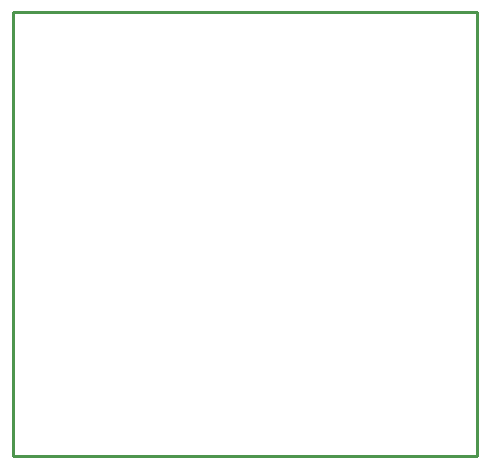
<source format=gko>
G04*
G04 #@! TF.GenerationSoftware,Altium Limited,Altium Designer,18.1.11 (251)*
G04*
G04 Layer_Color=16711935*
%FSLAX25Y25*%
%MOIN*%
G70*
G01*
G75*
%ADD13C,0.01000*%
D13*
X429000Y294500D02*
X540500D01*
X540500D02*
X540500Y442500D01*
X386000D02*
X540500D01*
X386000Y294500D02*
X386000Y442500D01*
Y294500D02*
X429000D01*
M02*

</source>
